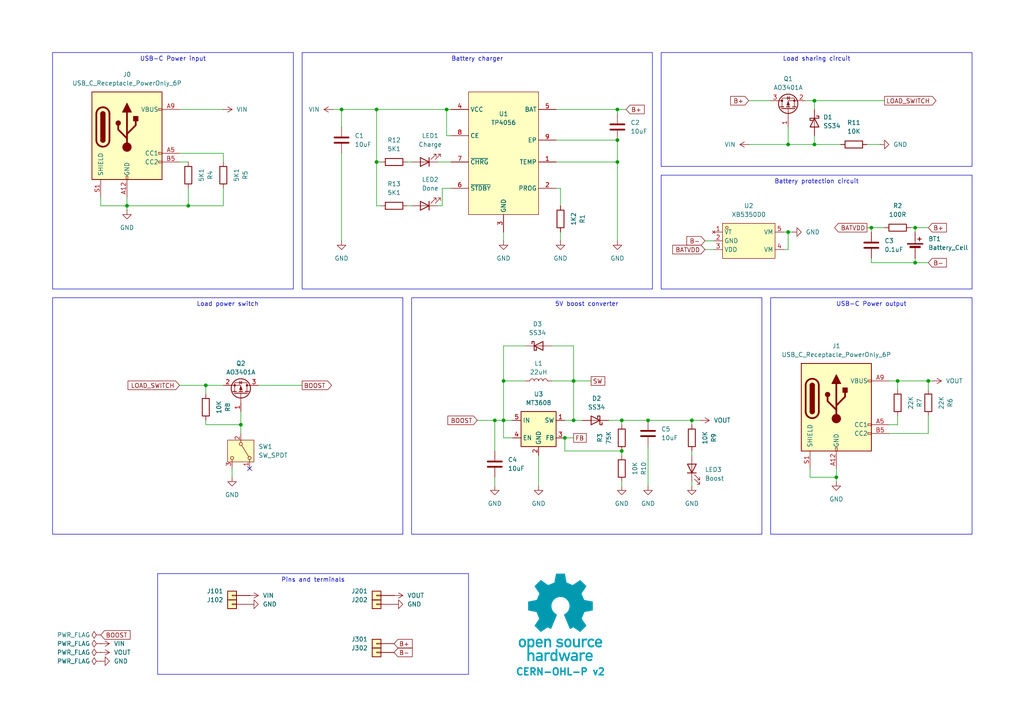
<source format=kicad_sch>
(kicad_sch (version 20231120) (generator "eeschema") (generator_version "8.0")
  (paper "A4")
  (lib_symbols
    (symbol "Conn_01x01_1" (pin_numbers hide) (pin_names (offset 1.016) hide)
      (property "Reference" "J" (at 0 2.54 0))
      (property "Value" "Conn_01x01" (at 0 -2.54 0))
      (symbol "Conn_01x01_1_1_1"
        (rectangle (start -1.27 0.127) (end 0 -0.127) (stroke (width 0.1524)))
        (rectangle (start -1.27 1.27) (end 1.27 -1.27) (stroke (width 0.254)) (fill (type background)))
        (pin passive line (at -5.08 0 0) (length 3.81) (name "Pin_1") (number "1"))
      )
    )
    (symbol "Connector:USB_C_Receptacle_PowerOnly_6P" (pin_names (offset 1.016))
      (property "Reference" "J" (at 0 16.51 0))
      (property "Value" "USB_C_Receptacle_PowerOnly_6P" (at 0 13.97 0))
      (symbol "USB_C_Receptacle_PowerOnly_6P_0_0"
        (rectangle (start -0.254 -12.7) (end 0.254 -11.684))
        (rectangle (start 10.16 -7.366) (end 9.144 -7.874))
        (rectangle (start 10.16 -4.826) (end 9.144 -5.334))
        (rectangle (start 10.16 7.874) (end 9.144 7.366))
      )
      (symbol "USB_C_Receptacle_PowerOnly_6P_0_1"
        (rectangle (start -10.16 12.7) (end 10.16 -12.7) (stroke (width 0.254)) (fill (type background)))
        (arc (start -8.89 -1.27) (mid -6.985 -3.1667) (end -5.08 -1.27) (stroke (width 0.508)))
        (arc (start -7.62 -1.27) (mid -6.985 -1.9023) (end -6.35 -1.27) (stroke (width 0.254)))
        (arc (start -7.62 -1.27) (mid -6.985 -1.9023) (end -6.35 -1.27) (stroke (width 0.254)) (fill (type outline)))
        (rectangle (start -7.62 -1.27) (end -6.35 6.35) (stroke (width 0.254)) (fill (type outline)))
        (arc (start -6.35 6.35) (mid -6.985 6.9823) (end -7.62 6.35) (stroke (width 0.254)))
        (arc (start -6.35 6.35) (mid -6.985 6.9823) (end -7.62 6.35) (stroke (width 0.254)) (fill (type outline)))
        (arc (start -5.08 6.35) (mid -6.985 8.2467) (end -8.89 6.35) (stroke (width 0.508)))
        (circle (center -2.54 3.683) (radius 0.635) (stroke (width 0.254)) (fill (type outline)))
        (circle (center 0 -3.302) (radius 1.27) (fill (type outline)))
        (polyline (pts (xy -8.89 -1.27) (xy -8.89 6.35)) (stroke (width 0.508)))
        (polyline (pts (xy -5.08 6.35) (xy -5.08 -1.27)) (stroke (width 0.508)))
        (polyline (pts (xy 0 -3.302) (xy 0 6.858)) (stroke (width 0.508)))
        (polyline (pts (xy 0 -0.762) (xy -2.54 1.778) (xy -2.54 3.048)) (stroke (width 0.508)))
        (polyline (pts (xy 0 0.508) (xy 2.54 3.048) (xy 2.54 4.318)) (stroke (width 0.508)))
        (polyline (pts (xy -1.27 6.858) (xy 0 9.398) (xy 1.27 6.858) (xy -1.27 6.858)) (stroke (width 0.254)) (fill (type outline)))
        (rectangle (start 1.905 4.318) (end 3.175 5.588) (stroke (width 0.254)) (fill (type outline)))
      )
      (symbol "USB_C_Receptacle_PowerOnly_6P_1_1"
        (pin passive line (at 0 -17.78 90) (length 5.08) (name "GND") (number "A12"))
        (pin bidirectional line (at 15.24 -5.08 180) (length 5.08) (name "CC1") (number "A5"))
        (pin passive line (at 15.24 7.62 180) (length 5.08) (name "VBUS") (number "A9"))
        (pin passive line (at 0 -17.78 90) (length 5.08) hide (name "GND") (number "B12"))
        (pin bidirectional line (at 15.24 -7.62 180) (length 5.08) (name "CC2") (number "B5"))
        (pin passive line (at 15.24 7.62 180) (length 5.08) hide (name "VBUS") (number "B9"))
        (pin passive line (at -7.62 -17.78 90) (length 5.08) (name "SHIELD") (number "S1"))
      )
    )
    (symbol "Connector_Generic:Conn_01x01" (pin_numbers hide) (pin_names (offset 1.016) hide)
      (property "Reference" "J" (at 0 2.54 0))
      (property "Value" "Conn_01x01" (at 0 -2.54 0))
      (symbol "Conn_01x01_1_1"
        (rectangle (start -1.27 0.127) (end 0 -0.127) (stroke (width 0.1524)))
        (rectangle (start -1.27 1.27) (end 1.27 -1.27) (stroke (width 0.254)) (fill (type background)))
        (pin passive line (at -5.08 0 0) (length 3.81) (name "Pin_1") (number "1"))
      )
    )
    (symbol "Device:Battery_Cell" (pin_numbers hide) (pin_names (offset 0) hide)
      (property "Reference" "BT" (at 2.54 2.54 0))
      (property "Value" "Battery_Cell" (at 2.54 0 0))
      (symbol "Battery_Cell_0_1"
        (rectangle (start -2.286 1.778) (end 2.286 1.524) (fill (type outline)))
        (rectangle (start -1.524 1.016) (end 1.524 0.508) (fill (type outline)))
        (polyline (pts (xy 0 0.762) (xy 0 0)))
        (polyline (pts (xy 0 1.778) (xy 0 2.54)))
        (polyline (pts (xy 0.762 3.048) (xy 1.778 3.048)) (stroke (width 0.254)))
        (polyline (pts (xy 1.27 3.556) (xy 1.27 2.54)) (stroke (width 0.254)))
      )
      (symbol "Battery_Cell_1_1"
        (pin passive line (at 0 5.08 270) (length 2.54) (name "+") (number "1"))
        (pin passive line (at 0 -2.54 90) (length 2.54) (name "-") (number "2"))
      )
    )
    (symbol "Device:C" (pin_numbers hide) (pin_names (offset 0.254))
      (property "Reference" "C" (at 0.635 2.54 0))
      (property "Value" "C" (at 0.635 -2.54 0))
      (symbol "C_0_1"
        (polyline (pts (xy -2.032 -0.762) (xy 2.032 -0.762)) (stroke (width 0.508)))
        (polyline (pts (xy -2.032 0.762) (xy 2.032 0.762)) (stroke (width 0.508)))
      )
      (symbol "C_1_1"
        (pin passive line (at 0 3.81 270) (length 2.794) (name "~") (number "1"))
        (pin passive line (at 0 -3.81 90) (length 2.794) (name "~") (number "2"))
      )
    )
    (symbol "Device:L" (pin_numbers hide) (pin_names (offset 1.016) hide)
      (property "Reference" "L" (at -1.27 0 90))
      (property "Value" "L" (at 1.905 0 90))
      (symbol "L_0_1"
        (arc (start 0 -2.54) (mid 0.6323 -1.905) (end 0 -1.27))
        (arc (start 0 -1.27) (mid 0.6323 -0.635) (end 0 0))
        (arc (start 0 0) (mid 0.6323 0.635) (end 0 1.27))
        (arc (start 0 1.27) (mid 0.6323 1.905) (end 0 2.54))
      )
      (symbol "L_1_1"
        (pin passive line (at 0 3.81 270) (length 1.27) (name "1") (number "1"))
        (pin passive line (at 0 -3.81 90) (length 1.27) (name "2") (number "2"))
      )
    )
    (symbol "Device:LED" (pin_numbers hide) (pin_names (offset 1.016) hide)
      (property "Reference" "D" (at 0 2.54 0))
      (property "Value" "LED" (at 0 -2.54 0))
      (symbol "LED_0_1"
        (polyline (pts (xy -1.27 -1.27) (xy -1.27 1.27)) (stroke (width 0.254)))
        (polyline (pts (xy -1.27 0) (xy 1.27 0)))
        (polyline (pts (xy 1.27 -1.27) (xy 1.27 1.27) (xy -1.27 0) (xy 1.27 -1.27)) (stroke (width 0.254)))
        (polyline (pts (xy -3.048 -0.762) (xy -4.572 -2.286) (xy -3.81 -2.286) (xy -4.572 -2.286) (xy -4.572 -1.524)))
        (polyline (pts (xy -1.778 -0.762) (xy -3.302 -2.286) (xy -2.54 -2.286) (xy -3.302 -2.286) (xy -3.302 -1.524)))
      )
      (symbol "LED_1_1"
        (pin passive line (at -3.81 0 0) (length 2.54) (name "K") (number "1"))
        (pin passive line (at 3.81 0 180) (length 2.54) (name "A") (number "2"))
      )
    )
    (symbol "Device:R" (pin_numbers hide) (pin_names (offset 0))
      (property "Reference" "R" (at 2.032 0 90))
      (property "Value" "R" (at 0 0 90))
      (symbol "R_0_1"
        (rectangle (start -1.016 -2.54) (end 1.016 2.54) (stroke (width 0.254)))
      )
      (symbol "R_1_1"
        (pin passive line (at 0 3.81 270) (length 1.27) (name "~") (number "1"))
        (pin passive line (at 0 -3.81 90) (length 1.27) (name "~") (number "2"))
      )
    )
    (symbol "Diode:SS34" (pin_numbers hide) (pin_names (offset 1.016) hide)
      (property "Reference" "D" (at 0 2.54 0))
      (property "Value" "SS34" (at 0 -2.54 0))
      (symbol "SS34_0_1"
        (polyline (pts (xy 1.27 0) (xy -1.27 0)))
        (polyline (pts (xy 1.27 1.27) (xy 1.27 -1.27) (xy -1.27 0) (xy 1.27 1.27)) (stroke (width 0.254)))
        (polyline (pts (xy -1.905 0.635) (xy -1.905 1.27) (xy -1.27 1.27) (xy -1.27 -1.27) (xy -0.635 -1.27) (xy -0.635 -0.635)) (stroke (width 0.254)))
      )
      (symbol "SS34_1_1"
        (pin passive line (at -3.81 0 0) (length 2.54) (name "K") (number "1"))
        (pin passive line (at 3.81 0 180) (length 2.54) (name "A") (number "2"))
      )
    )
    (symbol "Switch:SW_SPDT" (pin_names (offset 0) hide)
      (property "Reference" "SW" (at 0 5.08 0))
      (property "Value" "SW_SPDT" (at 0 -5.08 0))
      (symbol "SW_SPDT_0_1"
        (circle (center -2.032 0) (radius 0.4572))
        (polyline (pts (xy -1.651 0.254) (xy 1.651 2.286)))
        (circle (center 2.032 -2.54) (radius 0.4572))
        (circle (center 2.032 2.54) (radius 0.4572))
      )
      (symbol "SW_SPDT_1_1"
        (rectangle (start -3.175 3.81) (end 3.175 -3.81) (fill (type background)))
        (pin passive line (at 5.08 2.54 180) (length 2.54) (name "A") (number "1"))
        (pin passive line (at -5.08 0 0) (length 2.54) (name "B") (number "2"))
        (pin passive line (at 5.08 -2.54 180) (length 2.54) (name "C") (number "3"))
      )
    )
    (symbol "Transistor_FET:AO3401A" (pin_names hide)
      (property "Reference" "Q" (at 5.08 1.905 0))
      (property "Value" "AO3401A" (at 5.08 0 0))
      (symbol "AO3401A_0_1"
        (polyline (pts (xy 0.254 0) (xy -2.54 0)))
        (polyline (pts (xy 0.254 1.905) (xy 0.254 -1.905)) (stroke (width 0.254)))
        (polyline (pts (xy 0.762 -1.27) (xy 0.762 -2.286)) (stroke (width 0.254)))
        (polyline (pts (xy 0.762 0.508) (xy 0.762 -0.508)) (stroke (width 0.254)))
        (polyline (pts (xy 0.762 2.286) (xy 0.762 1.27)) (stroke (width 0.254)))
        (polyline (pts (xy 2.54 2.54) (xy 2.54 1.778)))
        (polyline (pts (xy 2.54 -2.54) (xy 2.54 0) (xy 0.762 0)))
        (polyline (pts (xy 0.762 1.778) (xy 3.302 1.778) (xy 3.302 -1.778) (xy 0.762 -1.778)))
        (polyline (pts (xy 2.286 0) (xy 1.27 0.381) (xy 1.27 -0.381) (xy 2.286 0)) (fill (type outline)))
        (polyline (pts (xy 2.794 -0.508) (xy 2.921 -0.381) (xy 3.683 -0.381) (xy 3.81 -0.254)))
        (polyline (pts (xy 3.302 -0.381) (xy 2.921 0.254) (xy 3.683 0.254) (xy 3.302 -0.381)))
        (circle (center 1.651 0) (radius 2.794) (stroke (width 0.254)))
        (circle (center 2.54 -1.778) (radius 0.254) (fill (type outline)))
        (circle (center 2.54 1.778) (radius 0.254) (fill (type outline)))
      )
      (symbol "AO3401A_1_1"
        (pin input line (at -5.08 0 0) (length 2.54) (name "G") (number "1"))
        (pin passive line (at 2.54 -5.08 90) (length 2.54) (name "S") (number "2"))
        (pin passive line (at 2.54 5.08 270) (length 2.54) (name "D") (number "3"))
      )
    )
    (symbol "lcsc:MT3608"
      (property "Reference" "U" (at -2.54 8.89 0))
      (property "Value" "MT3608" (at -3.81 6.35 0))
      (symbol "MT3608_0_1"
        (rectangle (start -5.08 5.08) (end 5.08 -5.08) (stroke (width 0.254)) (fill (type background)))
      )
      (symbol "MT3608_1_1"
        (pin passive line (at 7.62 2.54 180) (length 2.54) (name "SW") (number "1"))
        (pin power_in line (at 0 -7.62 90) (length 2.54) (name "GND") (number "2"))
        (pin input line (at 7.62 -2.54 180) (length 2.54) (name "FB") (number "3"))
        (pin input line (at -7.62 -2.54 0) (length 2.54) (name "EN") (number "4"))
        (pin power_in line (at -7.62 2.54 0) (length 2.54) (name "IN") (number "5"))
        (pin no_connect line (at 5.08 0 180) (length 2.54) hide (name "NC") (number "6"))
      )
    )
    (symbol "lcsc:TP4056"
      (property "Reference" "U" (at 0 20.32 0))
      (property "Value" "TP4056" (at 0 -25.4 0))
      (symbol "TP4056_0_1"
        (rectangle (start -10.16 20.32) (end 10.16 -15.24) (fill (type background)))
      )
      (symbol "TP4056_1_1"
        (pin input line (at 15.24 0 180) (length 5.08) (name "TEMP") (number "1"))
        (pin input line (at 15.24 -7.62 180) (length 5.08) (name "PROG") (number "2"))
        (pin power_in line (at 0 -20.32 90) (length 5.08) (name "GND") (number "3"))
        (pin power_in line (at -15.24 15.24 0) (length 5.08) (name "VCC") (number "4"))
        (pin power_out line (at 15.24 15.24 180) (length 5.08) (name "BAT") (number "5"))
        (pin open_collector line (at -15.24 -7.62 0) (length 5.08) (name "~{STDBY}") (number "6"))
        (pin open_collector line (at -15.24 0 0) (length 5.08) (name "~{CHRG}") (number "7"))
        (pin input line (at -15.24 7.62 0) (length 5.08) (name "CE") (number "8"))
        (pin power_in line (at 15.24 6.35 180) (length 5.08) (name "EP") (number "9"))
      )
    )
    (symbol "lcsc:XB5350D0"
      (property "Reference" "U" (at 0 7.62 0))
      (property "Value" "XB5350D0" (at 0 -7.62 0))
      (symbol "XB5350D0_0_1"
        (rectangle (start -7.62 5.08) (end 7.62 -5.08) (fill (type background)))
        (circle (center -6.35 3.81) (radius 0.38))
      )
      (symbol "XB5350D0_1_1"
        (pin no_connect line (at -10.16 2.54 0) (length 2.54) (name "VT") (number "1"))
        (pin input line (at -10.16 0 0) (length 2.54) (name "GND") (number "2"))
        (pin input line (at -10.16 -2.54 0) (length 2.54) (name "VDD") (number "3"))
        (pin input line (at 10.16 -2.54 180) (length 2.54) (name "VM") (number "4"))
        (pin input line (at 10.16 2.54 180) (length 2.54) (name "VM") (number "5"))
      )
    )
    (symbol "power:+5V" (power) (pin_numbers hide) (pin_names (offset 0) hide)
      (property "Value" "+5V" (at 0 3.556 0))
      (symbol "+5V_0_1"
        (polyline (pts (xy -0.762 1.27) (xy 0 2.54)))
        (polyline (pts (xy 0 0) (xy 0 2.54)))
        (polyline (pts (xy 0 2.54) (xy 0.762 1.27)))
      )
      (symbol "+5V_1_1"
        (pin power_in line (at 0 0 90) (length 0) (name "~") (number "1"))
      )
    )
    (symbol "power:GND" (power) (pin_numbers hide) (pin_names (offset 0) hide)
      (property "Value" "GND" (at 0 -3.81 0))
      (symbol "GND_0_1"
        (polyline (pts (xy 0 0) (xy 0 -1.27) (xy 1.27 -1.27) (xy 0 -2.54) (xy -1.27 -1.27) (xy 0 -1.27)))
      )
      (symbol "GND_1_1"
        (pin power_in line (at 0 0 270) (length 0) (name "~") (number "1"))
      )
    )
    (symbol "power:PWR_FLAG" (power) (pin_numbers hide) (pin_names (offset 0) hide)
      (property "Value" "PWR_FLAG" (at 0 3.81 0))
      (symbol "PWR_FLAG_0_0"
        (pin power_out line (at 0 0 90) (length 0) (name "~") (number "1"))
      )
      (symbol "PWR_FLAG_0_1"
        (polyline (pts (xy 0 0) (xy 0 1.27) (xy -1.016 1.905) (xy 0 2.54) (xy 1.016 1.905) (xy 0 1.27)))
      )
    )
    (symbol "power:VCC" (power) (pin_numbers hide) (pin_names (offset 0) hide)
      (property "Value" "VCC" (at 0 3.556 0))
      (symbol "VCC_0_1"
        (polyline (pts (xy -0.762 1.27) (xy 0 2.54)))
        (polyline (pts (xy 0 0) (xy 0 2.54)))
        (polyline (pts (xy 0 2.54) (xy 0.762 1.27)))
      )
      (symbol "VCC_1_1"
        (pin power_in line (at 0 0 90) (length 0) (name "~") (number "1"))
      )
    )
  )
  (junction (at 236.22 29.21))
  (junction (at 200.66 121.92))
  (junction (at 187.96 121.92))
  (junction (at 99.06 31.75))
  (junction (at 166.37 121.92))
  (junction (at 146.05 121.92))
  (junction (at 180.34 130.81))
  (junction (at 179.07 31.75))
  (junction (at 236.22 41.91))
  (junction (at 69.85 123.19))
  (junction (at 163.83 127))
  (junction (at 265.43 66.04))
  (junction (at 260.35 110.49))
  (junction (at 109.22 31.75))
  (junction (at 179.07 40.64))
  (junction (at 242.57 138.43))
  (junction (at 252.73 66.04))
  (junction (at 265.43 76.2))
  (junction (at 166.37 110.49))
  (junction (at 269.24 110.49))
  (junction (at 146.05 110.49))
  (junction (at 59.69 111.76))
  (junction (at 179.07 46.99))
  (junction (at 129.54 31.75))
  (junction (at 54.61 59.69))
  (junction (at 228.6 67.31))
  (junction (at 228.6 41.91))
  (junction (at 36.83 59.69))
  (junction (at 180.34 121.92))
  (junction (at 143.51 121.92))
  (junction (at 109.22 46.99))
  (no_connect (at 72.39 135.89))
  (wire (pts (xy 36.83 59.69) (xy 36.83 60.96)))
  (wire (pts (xy 160.02 110.49) (xy 166.37 110.49)))
  (wire (pts (xy 166.37 121.92) (xy 163.83 121.92)))
  (wire (pts (xy 228.6 72.39) (xy 228.6 67.31)))
  (wire (pts (xy 176.53 121.92) (xy 180.34 121.92)))
  (wire (pts (xy 163.83 130.81) (xy 180.34 130.81)))
  (wire (pts (xy 269.24 120.65) (xy 269.24 125.73)))
  (wire (pts (xy 143.51 130.81) (xy 143.51 121.92)))
  (wire (pts (xy 59.69 121.92) (xy 59.69 123.19)))
  (wire (pts (xy 179.07 46.99) (xy 179.07 40.64)))
  (wire (pts (xy 109.22 46.99) (xy 110.49 46.99)))
  (wire (pts (xy 128.27 54.61) (xy 130.81 54.61)))
  (wire (pts (xy 180.34 121.92) (xy 180.34 123.19)))
  (wire (pts (xy 29.21 57.15) (xy 29.21 59.69)))
  (wire (pts (xy 187.96 129.54) (xy 187.96 140.97)))
  (wire (pts (xy 242.57 135.89) (xy 242.57 138.43)))
  (wire (pts (xy 229.87 67.31) (xy 228.6 67.31)))
  (wire (pts (xy 228.6 36.83) (xy 228.6 41.91)))
  (wire (pts (xy 64.77 44.45) (xy 64.77 46.99)))
  (wire (pts (xy 64.77 59.69) (xy 54.61 59.69)))
  (wire (pts (xy 179.07 31.75) (xy 181.61 31.75)))
  (wire (pts (xy 148.59 127) (xy 146.05 127)))
  (wire (pts (xy 269.24 110.49) (xy 270.51 110.49)))
  (wire (pts (xy 146.05 127) (xy 146.05 121.92)))
  (wire (pts (xy 251.46 66.04) (xy 252.73 66.04)))
  (wire (pts (xy 242.57 138.43) (xy 242.57 139.7)))
  (wire (pts (xy 160.02 100.33) (xy 166.37 100.33)))
  (wire (pts (xy 217.17 29.21) (xy 223.52 29.21)))
  (wire (pts (xy 179.07 33.02) (xy 179.07 31.75)))
  (wire (pts (xy 99.06 44.45) (xy 99.06 69.85)))
  (wire (pts (xy 162.56 54.61) (xy 162.56 59.69)))
  (wire (pts (xy 152.4 100.33) (xy 146.05 100.33)))
  (wire (pts (xy 109.22 31.75) (xy 129.54 31.75)))
  (wire (pts (xy 161.29 46.99) (xy 179.07 46.99)))
  (wire (pts (xy 180.34 140.97) (xy 180.34 139.7)))
  (wire (pts (xy 130.81 39.37) (xy 129.54 39.37)))
  (wire (pts (xy 200.66 130.81) (xy 200.66 132.08)))
  (wire (pts (xy 129.54 31.75) (xy 130.81 31.75)))
  (wire (pts (xy 127 59.69) (xy 128.27 59.69)))
  (wire (pts (xy 162.56 67.31) (xy 162.56 69.85)))
  (wire (pts (xy 260.35 120.65) (xy 260.35 123.19)))
  (wire (pts (xy 59.69 114.3) (xy 59.69 111.76)))
  (wire (pts (xy 166.37 121.92) (xy 168.91 121.92)))
  (wire (pts (xy 67.31 135.89) (xy 67.31 138.43)))
  (wire (pts (xy 256.54 66.04) (xy 252.73 66.04)))
  (wire (pts (xy 146.05 100.33) (xy 146.05 110.49)))
  (wire (pts (xy 236.22 41.91) (xy 228.6 41.91)))
  (wire (pts (xy 118.11 46.99) (xy 119.38 46.99)))
  (wire (pts (xy 265.43 76.2) (xy 269.24 76.2)))
  (wire (pts (xy 146.05 121.92) (xy 148.59 121.92)))
  (wire (pts (xy 99.06 31.75) (xy 109.22 31.75)))
  (wire (pts (xy 217.17 41.91) (xy 228.6 41.91)))
  (wire (pts (xy 180.34 130.81) (xy 180.34 132.08)))
  (wire (pts (xy 161.29 31.75) (xy 179.07 31.75)))
  (wire (pts (xy 166.37 100.33) (xy 166.37 110.49)))
  (wire (pts (xy 143.51 138.43) (xy 143.51 140.97)))
  (wire (pts (xy 161.29 40.64) (xy 179.07 40.64)))
  (wire (pts (xy 166.37 110.49) (xy 171.45 110.49)))
  (wire (pts (xy 52.07 31.75) (xy 64.77 31.75)))
  (wire (pts (xy 146.05 67.31) (xy 146.05 69.85)))
  (wire (pts (xy 36.83 57.15) (xy 36.83 59.69)))
  (wire (pts (xy 52.07 44.45) (xy 64.77 44.45)))
  (wire (pts (xy 204.47 69.85) (xy 207.01 69.85)))
  (wire (pts (xy 29.21 59.69) (xy 36.83 59.69)))
  (wire (pts (xy 269.24 110.49) (xy 269.24 113.03)))
  (wire (pts (xy 227.33 72.39) (xy 228.6 72.39)))
  (wire (pts (xy 129.54 39.37) (xy 129.54 31.75)))
  (wire (pts (xy 52.07 111.76) (xy 59.69 111.76)))
  (wire (pts (xy 236.22 39.37) (xy 236.22 41.91)))
  (wire (pts (xy 260.35 110.49) (xy 260.35 113.03)))
  (wire (pts (xy 64.77 54.61) (xy 64.77 59.69)))
  (wire (pts (xy 52.07 46.99) (xy 54.61 46.99)))
  (wire (pts (xy 234.95 138.43) (xy 242.57 138.43)))
  (wire (pts (xy 200.66 121.92) (xy 203.2 121.92)))
  (wire (pts (xy 161.29 54.61) (xy 162.56 54.61)))
  (wire (pts (xy 54.61 54.61) (xy 54.61 59.69)))
  (wire (pts (xy 265.43 66.04) (xy 265.43 67.31)))
  (wire (pts (xy 234.95 135.89) (xy 234.95 138.43)))
  (wire (pts (xy 252.73 74.93) (xy 252.73 76.2)))
  (wire (pts (xy 163.83 127) (xy 166.37 127)))
  (wire (pts (xy 128.27 59.69) (xy 128.27 54.61)))
  (wire (pts (xy 109.22 31.75) (xy 109.22 46.99)))
  (wire (pts (xy 143.51 121.92) (xy 146.05 121.92)))
  (wire (pts (xy 252.73 76.2) (xy 265.43 76.2)))
  (wire (pts (xy 69.85 123.19) (xy 69.85 119.38)))
  (wire (pts (xy 251.46 41.91) (xy 255.27 41.91)))
  (wire (pts (xy 59.69 123.19) (xy 69.85 123.19)))
  (wire (pts (xy 180.34 121.92) (xy 187.96 121.92)))
  (wire (pts (xy 252.73 66.04) (xy 252.73 67.31)))
  (wire (pts (xy 236.22 29.21) (xy 236.22 31.75)))
  (wire (pts (xy 265.43 76.2) (xy 265.43 74.93)))
  (wire (pts (xy 233.68 29.21) (xy 236.22 29.21)))
  (wire (pts (xy 200.66 121.92) (xy 200.66 123.19)))
  (wire (pts (xy 179.07 69.85) (xy 179.07 46.99)))
  (wire (pts (xy 200.66 139.7) (xy 200.66 140.97)))
  (wire (pts (xy 69.85 123.19) (xy 69.85 125.73)))
  (wire (pts (xy 109.22 59.69) (xy 109.22 46.99)))
  (wire (pts (xy 264.16 66.04) (xy 265.43 66.04)))
  (wire (pts (xy 146.05 110.49) (xy 146.05 121.92)))
  (wire (pts (xy 74.93 111.76) (xy 87.63 111.76)))
  (wire (pts (xy 138.43 121.92) (xy 143.51 121.92)))
  (wire (pts (xy 99.06 31.75) (xy 99.06 36.83)))
  (wire (pts (xy 236.22 29.21) (xy 256.54 29.21)))
  (wire (pts (xy 110.49 59.69) (xy 109.22 59.69)))
  (wire (pts (xy 257.81 110.49) (xy 260.35 110.49)))
  (wire (pts (xy 54.61 59.69) (xy 36.83 59.69)))
  (wire (pts (xy 204.47 72.39) (xy 207.01 72.39)))
  (wire (pts (xy 163.83 127) (xy 163.83 130.81)))
  (wire (pts (xy 156.21 132.08) (xy 156.21 140.97)))
  (wire (pts (xy 265.43 66.04) (xy 269.24 66.04)))
  (wire (pts (xy 118.11 59.69) (xy 119.38 59.69)))
  (wire (pts (xy 166.37 110.49) (xy 166.37 121.92)))
  (wire (pts (xy 257.81 123.19) (xy 260.35 123.19)))
  (wire (pts (xy 260.35 110.49) (xy 269.24 110.49)))
  (wire (pts (xy 236.22 41.91) (xy 243.84 41.91)))
  (wire (pts (xy 228.6 67.31) (xy 227.33 67.31)))
  (wire (pts (xy 127 46.99) (xy 130.81 46.99)))
  (wire (pts (xy 96.52 31.75) (xy 99.06 31.75)))
  (wire (pts (xy 187.96 121.92) (xy 200.66 121.92)))
  (wire (pts (xy 146.05 110.49) (xy 152.4 110.49)))
  (wire (pts (xy 59.69 111.76) (xy 64.77 111.76)))
  (wire (pts (xy 257.81 125.73) (xy 269.24 125.73)))
  (image (at 162.56 179.07) (scale 0.37481))
  (text_box "Pins and terminals" (at 45.72 166.37 0) (size 90.17 29.21) (effects (font (size 1.27 1.27)) (justify top)))
  (text_box "Battery protection circuit" (at 191.77 50.8 0) (size 90.17 33.02) (effects (font (size 1.27 1.27)) (justify top)))
  (text_box "USB-C Power output" (at 223.52 86.36 0) (size 58.42 68.58) (effects (font (size 1.27 1.27)) (justify top)))
  (text_box "USB-C Power input" (at 15.24 15.24 0) (size 69.85 68.58) (effects (font (size 1.27 1.27)) (justify top)))
  (text_box "Load sharing circuit" (at 191.77 15.24 0) (size 90.17 33.02) (effects (font (size 1.27 1.27)) (justify top)))
  (text_box "Load power switch" (at 15.24 86.36 0) (size 101.6 68.58) (effects (font (size 1.27 1.27)) (justify top)))
  (text_box "Battery charger" (at 87.63 15.24 0) (size 101.6 68.58) (effects (font (size 1.27 1.27)) (justify top)))
  (text_box "5V boost converter\n" (at 119.38 86.36 0) (size 101.6 68.58) (effects (font (size 1.27 1.27)) (justify top)))
  (text "CERN-OHL-P v2" (at 162.56 195.072 0) (effects (font (size 2 2) (thickness 0.4) (bold yes))))
  (global_label "BOOST" (shape input) (at 29.21 184.15 0) (property "Intersheetrefs" "${INTERSHEET_REFS}" (effects (hide yes))))
  (global_label "LOAD_SWITCH" (shape input) (at 52.07 111.76 180) (property "Intersheetrefs" "${INTERSHEET_REFS}" (effects (hide yes))))
  (global_label "B-" (shape input) (at 114.3 189.23 0) (property "Intersheetrefs" "${INTERSHEET_REFS}" (effects (hide yes))))
  (global_label "SW" (shape passive) (at 171.45 110.49 0) (property "Intersheetrefs" "${INTERSHEET_REFS}" (effects (hide yes))))
  (global_label "B+" (shape input) (at 114.3 186.69 0) (property "Intersheetrefs" "${INTERSHEET_REFS}" (effects (hide yes))))
  (global_label "BOOST" (shape input) (at 138.43 121.92 180) (property "Intersheetrefs" "${INTERSHEET_REFS}" (effects (hide yes))))
  (global_label "FB" (shape passive) (at 166.37 127 0) (property "Intersheetrefs" "${INTERSHEET_REFS}" (effects (hide yes))))
  (global_label "B-" (shape input) (at 204.47 69.85 180) (property "Intersheetrefs" "${INTERSHEET_REFS}" (effects (hide yes))))
  (global_label "BATVDD" (shape input) (at 204.47 72.39 180) (property "Intersheetrefs" "${INTERSHEET_REFS}" (effects (hide yes))))
  (global_label "B+" (shape input) (at 181.61 31.75 0) (property "Intersheetrefs" "${INTERSHEET_REFS}" (effects (hide yes))))
  (global_label "B+" (shape input) (at 269.24 66.04 0) (property "Intersheetrefs" "${INTERSHEET_REFS}" (effects (hide yes))))
  (global_label "B-" (shape input) (at 269.24 76.2 0) (property "Intersheetrefs" "${INTERSHEET_REFS}" (effects (hide yes))))
  (global_label "B+" (shape input) (at 217.17 29.21 180) (property "Intersheetrefs" "${INTERSHEET_REFS}" (effects (hide yes))))
  (global_label "BOOST" (shape output) (at 87.63 111.76 0) (property "Intersheetrefs" "${INTERSHEET_REFS}" (effects (hide yes))))
  (global_label "BATVDD" (shape output) (at 251.46 66.04 180) (property "Intersheetrefs" "${INTERSHEET_REFS}" (effects (hide yes))))
  (global_label "LOAD_SWITCH" (shape output) (at 256.54 29.21 0) (property "Intersheetrefs" "${INTERSHEET_REFS}" (effects (hide yes))))
  (symbol (lib_id "power:GND") (at 200.66 140.97 0) (unit 1)
    (property "Reference" "#PWR024" (effects (hide yes)))
    (property "Value" "GND" (at 200.66 146.05 0))
    (property "Description" "Power symbol creates a global label with name \"GND\" , ground" (effects (hide yes)))
  )
  (symbol (lib_id "Device:R") (at 64.77 50.8 0) (mirror y) (unit 1)
    (property "Reference" "R5" (at 71.12 50.8 90))
    (property "Value" "5K1" (at 68.58 50.8 90))
    (property "Footprint" "Resistor_SMD:R_0402_1005Metric" (effects (hide yes)))
    (property "Description" "Resistor" (effects (hide yes)))
    (property "LCSC Part" "C25905" (effects (hide yes)))
  )
  (symbol (lib_id "Connector_Generic:Conn_01x01") (at 109.22 186.69 0) (mirror y) (unit 1)
    (property "Reference" "J301" (at 106.68 185.4199 0) (effects (justify left)))
    (property "Value" "Conn_01x01" (effects (hide yes)))
    (property "Footprint" "custom:PinHeader_1x01_P2.54mm_simple" (effects (hide yes)))
    (property "Description" "Generic connector, single row, 01x01, script generated (kicad-library-utils/schlib/autogen/connector/)" (effects (hide yes)))
  )
  (symbol (lib_id "power:+5V") (at 203.2 121.92 270) (unit 1)
    (property "Reference" "#PWR025" (effects (hide yes)))
    (property "Value" "VOUT" (at 207.01 121.9199 90) (effects (justify left)))
    (property "Description" "Power symbol creates a global label with name \"+5V\"" (effects (hide yes)))
  )
  (symbol (lib_id "Device:R") (at 247.65 41.91 90) (mirror x) (unit 1)
    (property "Reference" "R11" (at 247.65 35.56 90))
    (property "Value" "10K" (at 247.65 38.1 90))
    (property "Footprint" "Resistor_SMD:R_0402_1005Metric" (effects (hide yes)))
    (property "Description" "Resistor" (effects (hide yes)))
    (property "LCSC Part" "C25744" (effects (hide yes)))
  )
  (symbol (lib_id "Device:LED") (at 200.66 135.89 90) (unit 1)
    (property "Reference" "LED3" (at 204.47 136.2074 90) (effects (justify right)))
    (property "Value" "Boost" (at 204.47 138.7474 90) (effects (justify right)))
    (property "Footprint" "custom:LED_0805_2012Metric_Pad1.15x1.40mm_HandSolder_simple" (effects (hide yes)))
    (property "Description" "Light emitting diode" (effects (hide yes)))
  )
  (symbol (lib_id "Connector_Generic:Conn_01x01") (at 109.22 172.72 0) (mirror y) (unit 1)
    (property "Reference" "J201" (at 106.68 171.4499 0) (effects (justify left)))
    (property "Value" "Conn_01x01" (effects (hide yes)))
    (property "Footprint" "custom:PinHeader_1x01_P2.54mm_simple" (effects (hide yes)))
    (property "Description" "Generic connector, single row, 01x01, script generated (kicad-library-utils/schlib/autogen/connector/)" (effects (hide yes)))
  )
  (symbol (lib_id "Connector:USB_C_Receptacle_PowerOnly_6P") (at 242.57 118.11 0) (unit 1)
    (property "Reference" "J1" (at 242.57 100.33 0))
    (property "Value" "USB_C_Receptacle_PowerOnly_6P" (at 242.57 102.87 0))
    (property "Footprint" "custom:USB_C_Receptacle_GCT_USB4125-xx-x_6P_TopMnt_Horizontal_handsolder" (effects (hide yes)))
    (property "Datasheet" "https://www.usb.org/sites/default/files/documents/usb_type-c.zip" (effects (hide yes)))
    (property "Description" "USB Power-Only 6P Type-C Receptacle connector" (effects (hide yes)))
  )
  (symbol (lib_id "power:GND") (at 242.57 139.7 0) (unit 1)
    (property "Reference" "#PWR023" (effects (hide yes)))
    (property "Value" "GND" (at 242.57 144.78 0))
    (property "Description" "Power symbol creates a global label with name \"GND\" , ground" (effects (hide yes)))
  )
  (symbol (lib_id "Diode:SS34") (at 236.22 35.56 270) (unit 1)
    (property "Reference" "D1" (at 238.76 33.9724 90) (effects (justify left)))
    (property "Value" "SS34" (at 238.76 36.5124 90) (effects (justify left)))
    (property "Footprint" "custom:D_SMA_simple" (effects (hide yes)))
    (property "Datasheet" "https://www.vishay.com/docs/88751/ss32.pdf" (effects (hide yes)))
    (property "Description" "40V 3A Schottky Diode, SMA" (effects (hide yes)))
    (property "LCSC Part" "C8678" (effects (hide yes)))
  )
  (symbol (lib_id "Device:R") (at 114.3 46.99 90) (mirror x) (unit 1)
    (property "Reference" "R12" (at 114.3 40.64 90))
    (property "Value" "5K1" (at 114.3 43.18 90))
    (property "Footprint" "Resistor_SMD:R_0402_1005Metric" (effects (hide yes)))
    (property "Description" "Resistor" (effects (hide yes)))
    (property "LCSC Part" "C25905" (effects (hide yes)))
  )
  (symbol (lib_id "power:GND") (at 114.3 175.26 90) (mirror x) (unit 1)
    (property "Reference" "#PWR012" (effects (hide yes)))
    (property "Value" "GND" (at 118.11 175.2599 90) (effects (justify right)))
    (property "Description" "Power symbol creates a global label with name \"GND\" , ground" (effects (hide yes)))
  )
  (symbol (lib_id "Device:R") (at 200.66 127 0) (mirror y) (unit 1)
    (property "Reference" "R9" (at 207.01 127 90))
    (property "Value" "10K" (at 204.47 127 90))
    (property "Footprint" "Resistor_SMD:R_0402_1005Metric" (effects (hide yes)))
    (property "Description" "Resistor" (effects (hide yes)))
    (property "LCSC Part" "C25744" (effects (hide yes)))
  )
  (symbol (lib_id "power:GND") (at 162.56 69.85 0) (unit 1)
    (property "Reference" "#PWR022" (effects (hide yes)))
    (property "Value" "GND" (at 162.56 74.93 0))
    (property "Description" "Power symbol creates a global label with name \"GND\" , ground" (effects (hide yes)))
  )
  (symbol (lib_id "Device:C") (at 252.73 71.12 180) (unit 1)
    (property "Reference" "C3" (at 256.54 69.8499 0) (effects (justify right)))
    (property "Value" "0.1uF" (at 256.54 72.3899 0) (effects (justify right)))
    (property "Footprint" "Capacitor_SMD:C_0402_1005Metric" (effects (hide yes)))
    (property "Description" "Unpolarized capacitor" (effects (hide yes)))
    (property "LCSC Part" "C1525" (effects (hide yes)))
  )
  (symbol (lib_id "Device:R") (at 180.34 127 0) (mirror y) (unit 1)
    (property "Reference" "R3" (at 173.99 127 90))
    (property "Value" "75K" (at 176.53 127 90))
    (property "Footprint" "Resistor_SMD:R_0402_1005Metric" (effects (hide yes)))
    (property "Description" "Resistor" (effects (hide yes)))
    (property "LCSC Part" "C25798" (effects (hide yes)))
  )
  (symbol (lib_id "power:VCC") (at 29.21 186.69 270) (unit 1)
    (property "Reference" "#PWR01" (effects (hide yes)))
    (property "Value" "VIN" (at 33.02 186.69 90) (effects (justify left)))
    (property "Description" "Power symbol creates a global label with name \"VCC\"" (effects (hide yes)))
  )
  (symbol (lib_id "Transistor_FET:AO3401A") (at 69.85 114.3 270) (mirror x) (unit 1)
    (property "Reference" "Q2" (at 69.85 105.41 90))
    (property "Value" "AO3401A" (at 69.85 107.95 90))
    (property "Footprint" "Package_TO_SOT_SMD:SOT-23" (effects (hide yes)))
    (property "Datasheet" "http://www.aosmd.com/pdfs/datasheet/AO3401A.pdf" (effects (hide yes)))
    (property "Description" "-4.0A Id, -30V Vds, P-Channel MOSFET, SOT-23" (effects (hide yes)))
    (property "LCSC Part" "C15127" (effects (hide yes)))
    (property "JLCPCB_CORRECTION" "0; 0; 180" (effects (hide yes)))
  )
  (symbol (lib_id "Diode:SS34") (at 156.21 100.33 0) (unit 1)
    (property "Reference" "D3" (at 155.8925 93.98 0))
    (property "Value" "SS34" (at 155.8925 96.52 0))
    (property "Footprint" "custom:D_SMA_simple" (effects (hide yes)))
    (property "Datasheet" "https://www.vishay.com/docs/88751/ss32.pdf" (effects (hide yes)))
    (property "Description" "40V 3A Schottky Diode, SMA" (effects (hide yes)))
    (property "LCSC Part" "C8678" (effects (hide yes)))
  )
  (symbol (lib_id "power:GND") (at 72.39 175.26 90) (mirror x) (unit 1)
    (property "Reference" "#PWR07" (effects (hide yes)))
    (property "Value" "GND" (at 76.2 175.2599 90) (effects (justify right)))
    (property "Description" "Power symbol creates a global label with name \"GND\" , ground" (effects (hide yes)))
  )
  (symbol (lib_id "power:GND") (at 255.27 41.91 90) (unit 1)
    (property "Reference" "#PWR019" (effects (hide yes)))
    (property "Value" "GND" (at 259.08 41.9099 90) (effects (justify right)))
    (property "Description" "Power symbol creates a global label with name \"GND\" , ground" (effects (hide yes)))
  )
  (symbol (lib_id "Device:R") (at 180.34 135.89 0) (mirror y) (unit 1)
    (property "Reference" "R10" (at 186.69 135.89 90))
    (property "Value" "10K" (at 184.15 135.89 90))
    (property "Footprint" "Resistor_SMD:R_0402_1005Metric" (effects (hide yes)))
    (property "Description" "Resistor" (effects (hide yes)))
    (property "LCSC Part" "C25744" (effects (hide yes)))
  )
  (symbol (lib_id "Device:R") (at 59.69 118.11 0) (mirror y) (unit 1)
    (property "Reference" "R8" (at 66.04 118.11 90))
    (property "Value" "10K" (at 63.5 118.11 90))
    (property "Footprint" "Resistor_SMD:R_0402_1005Metric" (effects (hide yes)))
    (property "Description" "Resistor" (effects (hide yes)))
    (property "LCSC Part" "C25744" (effects (hide yes)))
  )
  (symbol (lib_id "power:GND") (at 67.31 138.43 0) (unit 1)
    (property "Reference" "#PWR020" (effects (hide yes)))
    (property "Value" "GND" (at 67.31 143.51 0))
    (property "Description" "Power symbol creates a global label with name \"GND\" , ground" (effects (hide yes)))
  )
  (symbol (lib_id "power:VCC") (at 64.77 31.75 270) (unit 1)
    (property "Reference" "#PWR017" (effects (hide yes)))
    (property "Value" "VIN" (at 68.58 31.7499 90) (effects (justify left)))
    (property "Description" "Power symbol creates a global label with name \"VCC\"" (effects (hide yes)))
  )
  (symbol (lib_id "power:GND") (at 99.06 69.85 0) (unit 1)
    (property "Reference" "#PWR014" (effects (hide yes)))
    (property "Value" "GND" (at 99.06 74.93 0))
    (property "Description" "Power symbol creates a global label with name \"GND\" , ground" (effects (hide yes)))
  )
  (symbol (lib_id "power:GND") (at 187.96 140.97 0) (unit 1)
    (property "Reference" "#PWR09" (effects (hide yes)))
    (property "Value" "GND" (at 187.96 146.05 0))
    (property "Description" "Power symbol creates a global label with name \"GND\" , ground" (effects (hide yes)))
  )
  (symbol (lib_id "lcsc:XB5350D0") (at 217.17 69.85 0) (unit 1)
    (property "Reference" "U2" (at 217.17 59.69 0))
    (property "Value" "XB5350D0" (at 217.17 62.23 0))
    (property "Footprint" "custom:SOT-23-5_simple" (effects (hide yes)))
    (property "Datasheet" "https://www.lcsc.com/datasheet/lcsc_datasheet_2106062205_XySemi-XB5350D0_C2760002.pdf" (effects (hide yes)))
    (property "JLCPCB_CORRECTION" "0; 0; 180" (effects (hide yes)))
    (property "LCSC Part" "C2760002" (effects (hide yes)))
  )
  (symbol (lib_id "Device:R") (at 114.3 59.69 90) (mirror x) (unit 1)
    (property "Reference" "R13" (at 114.3 53.34 90))
    (property "Value" "5K1" (at 114.3 55.88 90))
    (property "Footprint" "Resistor_SMD:R_0402_1005Metric" (effects (hide yes)))
    (property "Description" "Resistor" (effects (hide yes)))
    (property "LCSC Part" "C25905" (effects (hide yes)))
  )
  (symbol (lib_id "Diode:SS34") (at 172.72 121.92 180) (unit 1)
    (property "Reference" "D2" (at 173.0375 115.57 0))
    (property "Value" "SS34" (at 173.0375 118.11 0))
    (property "Footprint" "custom:D_SMA_simple" (effects (hide yes)))
    (property "Datasheet" "https://www.vishay.com/docs/88751/ss32.pdf" (effects (hide yes)))
    (property "Description" "40V 3A Schottky Diode, SMA" (effects (hide yes)))
    (property "LCSC Part" "C8678" (effects (hide yes)))
  )
  (symbol (lib_id "power:GND") (at 229.87 67.31 90) (unit 1)
    (property "Reference" "#PWR021" (effects (hide yes)))
    (property "Value" "GND" (at 233.68 67.3099 90) (effects (justify right)))
    (property "Description" "Power symbol creates a global label with name \"GND\" , ground" (effects (hide yes)))
  )
  (symbol (lib_id "Connector_Generic:Conn_01x01") (at 67.31 172.72 0) (mirror y) (unit 1)
    (property "Reference" "J101" (at 64.77 171.4499 0) (effects (justify left)))
    (property "Value" "Conn_01x01" (effects (hide yes)))
    (property "Footprint" "custom:PinHeader_1x01_P2.54mm_simple" (effects (hide yes)))
    (property "Description" "Generic connector, single row, 01x01, script generated (kicad-library-utils/schlib/autogen/connector/)" (effects (hide yes)))
  )
  (symbol (lib_id "Transistor_FET:AO3401A") (at 228.6 31.75 90) (unit 1)
    (property "Reference" "Q1" (at 228.6 22.86 90))
    (property "Value" "AO3401A" (at 228.6 25.4 90))
    (property "Footprint" "Package_TO_SOT_SMD:SOT-23" (effects (hide yes)))
    (property "Datasheet" "http://www.aosmd.com/pdfs/datasheet/AO3401A.pdf" (effects (hide yes)))
    (property "Description" "-4.0A Id, -30V Vds, P-Channel MOSFET, SOT-23" (effects (hide yes)))
    (property "LCSC Part" "C15127" (effects (hide yes)))
    (property "JLCPCB_CORRECTION" "0; 0; 180" (effects (hide yes)))
  )
  (symbol (lib_id "Device:R") (at 162.56 63.5 0) (mirror y) (unit 1)
    (property "Reference" "R1" (at 168.91 63.5 90))
    (property "Value" "1K2" (at 166.37 63.5 90))
    (property "Footprint" "Resistor_SMD:R_0805_2012Metric_Pad1.20x1.40mm_HandSolder" (effects (hide yes)))
    (property "Description" "Resistor" (effects (hide yes)))
    (property "LCSC Part" "C17379" (effects (hide yes)))
  )
  (symbol (lib_id "Device:C") (at 99.06 40.64 0) (unit 1)
    (property "Reference" "C1" (at 102.87 39.3699 0) (effects (justify left)))
    (property "Value" "10uF" (at 102.87 41.9099 0) (effects (justify left)))
    (property "Footprint" "Capacitor_SMD:C_0603_1608Metric" (effects (hide yes)))
    (property "Description" "Unpolarized capacitor" (effects (hide yes)))
    (property "LCSC Part" "C19702" (effects (hide yes)))
  )
  (symbol (lib_name "Conn_01x01_1") (lib_id "Connector_Generic:Conn_01x01") (at 109.22 175.26 0) (mirror y) (unit 1)
    (property "Reference" "J202" (at 106.68 173.9899 0) (effects (justify left)))
    (property "Value" "Conn_01x01" (effects (hide yes)))
    (property "Footprint" "custom:PinHeader_1x01_P2.54mm_simple_square" (effects (hide yes)))
    (property "Description" "Generic connector, single row, 01x01, script generated (kicad-library-utils/schlib/autogen/connector/)" (effects (hide yes)))
  )
  (symbol (lib_id "power:+5V") (at 270.51 110.49 270) (unit 1)
    (property "Reference" "#PWR026" (effects (hide yes)))
    (property "Value" "VOUT" (at 274.32 110.4899 90) (effects (justify left)))
    (property "Description" "Power symbol creates a global label with name \"+5V\"" (effects (hide yes)))
  )
  (symbol (lib_name "Conn_01x01_1") (lib_id "Connector_Generic:Conn_01x01") (at 109.22 189.23 0) (mirror y) (unit 1)
    (property "Reference" "J302" (at 106.68 187.9599 0) (effects (justify left)))
    (property "Value" "Conn_01x01" (effects (hide yes)))
    (property "Footprint" "custom:PinHeader_1x01_P2.54mm_simple_square" (effects (hide yes)))
    (property "Description" "Generic connector, single row, 01x01, script generated (kicad-library-utils/schlib/autogen/connector/)" (effects (hide yes)))
  )
  (symbol (lib_id "Device:R") (at 260.35 66.04 270) (mirror x) (unit 1)
    (property "Reference" "R2" (at 260.35 59.69 90))
    (property "Value" "100R" (at 260.35 62.23 90))
    (property "Footprint" "Resistor_SMD:R_0805_2012Metric_Pad1.20x1.40mm_HandSolder" (effects (hide yes)))
    (property "Description" "Resistor" (effects (hide yes)))
    (property "LCSC Part" "C17408" (effects (hide yes)))
  )
  (symbol (lib_id "Switch:SW_SPDT") (at 69.85 130.81 270) (unit 1)
    (property "Reference" "SW1" (at 74.93 129.5399 90) (effects (justify left)))
    (property "Value" "SW_SPDT" (at 74.93 132.0799 90) (effects (justify left)))
    (property "Footprint" "custom:SW-TH_DEALON_SS-12D01-GX_simple" (effects (hide yes)))
    (property "Description" "Switch, single pole double throw" (effects (hide yes)))
    (property "LCSC Part" "C2998803" (effects (hide yes)))
  )
  (symbol (lib_id "power:VCC") (at 217.17 41.91 90) (unit 1)
    (property "Reference" "#PWR018" (effects (hide yes)))
    (property "Value" "VIN" (at 213.36 41.9101 90) (effects (justify left)))
    (property "Description" "Power symbol creates a global label with name \"VCC\"" (effects (hide yes)))
  )
  (symbol (lib_id "power:GND") (at 179.07 69.85 0) (unit 1)
    (property "Reference" "#PWR015" (effects (hide yes)))
    (property "Value" "GND" (at 179.07 74.93 0))
    (property "Description" "Power symbol creates a global label with name \"GND\" , ground" (effects (hide yes)))
  )
  (symbol (lib_id "lcsc:TP4056") (at 146.05 46.99 0) (unit 1)
    (property "Reference" "U1" (at 146.05 33.02 0))
    (property "Value" "TP4056" (at 146.05 35.56 0))
    (property "Footprint" "custom:SOIC-8-1EP_3.9x4.9mm_P1.27mm_EP2.41x3.3mm_ThermalVias_CustomVias" (effects (hide yes)))
    (property "Datasheet" "https://lcsc.com/product-detail/PMIC-Battery-Management_TP4056_C16581.html" (effects (hide yes)))
    (property "JLCPCB_CORRECTION" "0; 0; 270" (effects (hide yes)))
    (property "LCSC Part" "C16581" (effects (hide yes)))
  )
  (symbol (lib_id "Device:LED") (at 123.19 59.69 180) (unit 1)
    (property "Reference" "LED2" (at 124.7775 52.07 0))
    (property "Value" "Done" (at 124.7775 54.61 0))
    (property "Footprint" "custom:LED_0805_2012Metric_Pad1.15x1.40mm_HandSolder_simple" (effects (hide yes)))
    (property "Description" "Light emitting diode" (effects (hide yes)))
  )
  (symbol (lib_id "power:GND") (at 180.34 140.97 0) (unit 1)
    (property "Reference" "#PWR08" (effects (hide yes)))
    (property "Value" "GND" (at 180.34 146.05 0))
    (property "Description" "Power symbol creates a global label with name \"GND\" , ground" (effects (hide yes)))
  )
  (symbol (lib_id "power:GND") (at 156.21 140.97 0) (unit 1)
    (property "Reference" "#PWR05" (effects (hide yes)))
    (property "Value" "GND" (at 156.21 146.05 0))
    (property "Description" "Power symbol creates a global label with name \"GND\" , ground" (effects (hide yes)))
  )
  (symbol (lib_id "lcsc:MT3608") (at 156.21 124.46 0) (unit 1)
    (property "Reference" "U3" (at 156.21 114.3 0))
    (property "Value" "MT3608" (at 156.21 116.84 0))
    (property "Footprint" "Package_TO_SOT_SMD:SOT-23-6" (effects (hide yes)))
    (property "Datasheet" "https://www.olimex.com/Products/Breadboarding/BB-PWR-3608/resources/MT3608.pdf" (effects (hide yes)))
    (property "Description" "High Efficiency 1.2MHz 2A Step Up Converter, 2-24V Vin, 28V Vout, 4A current limit, 1.2MHz, SOT23-6" (effects (hide yes)))
    (property "LCSC Part" "C84817" (effects (hide yes)))
    (property "JLCPCB_CORRECTION" "0; 0; 270" (effects (hide yes)))
  )
  (symbol (lib_id "Device:Battery_Cell") (at 265.43 72.39 0) (unit 1)
    (property "Reference" "BT1" (at 269.24 69.2784 0) (effects (justify left)))
    (property "Value" "Battery_Cell" (at 269.24 71.8184 0) (effects (justify left)))
    (property "Footprint" "custom:JST_XH_B2B-XH-A_1x02_P2.50mm_Vertical_simple_pad2gnd" (effects (hide yes)))
    (property "Description" "Single-cell battery" (effects (hide yes)))
  )
  (symbol (lib_id "Connector:USB_C_Receptacle_PowerOnly_6P") (at 36.83 39.37 0) (unit 1)
    (property "Reference" "J0" (at 36.83 21.59 0))
    (property "Value" "USB_C_Receptacle_PowerOnly_6P" (at 36.83 24.13 0))
    (property "Footprint" "custom:USB_C_Receptacle_GCT_USB4125-xx-x_6P_TopMnt_Horizontal_handsolder" (effects (hide yes)))
    (property "Datasheet" "https://www.usb.org/sites/default/files/documents/usb_type-c.zip" (effects (hide yes)))
    (property "Description" "USB Power-Only 6P Type-C Receptacle connector" (effects (hide yes)))
  )
  (symbol (lib_id "power:PWR_FLAG") (at 29.21 191.77 90) (unit 1)
    (property "Reference" "#FLG03" (effects (hide yes)))
    (property "Value" "PWR_FLAG" (at 21.336 191.77 90))
    (property "Description" "Special symbol for telling ERC where power comes from" (effects (hide yes)))
  )
  (symbol (lib_id "Device:R") (at 260.35 116.84 0) (mirror y) (unit 1)
    (property "Reference" "R7" (at 266.7 116.84 90))
    (property "Value" "22K" (at 264.16 116.84 90))
    (property "Footprint" "Resistor_SMD:R_0402_1005Metric" (effects (hide yes)))
    (property "Description" "Resistor" (effects (hide yes)))
    (property "LCSC Part" "C25768" (effects (hide yes)))
  )
  (symbol (lib_id "power:VCC") (at 72.39 172.72 270) (mirror x) (unit 1)
    (property "Reference" "#PWR06" (effects (hide yes)))
    (property "Value" "VIN" (at 76.2 172.7199 90) (effects (justify left)))
    (property "Description" "Power symbol creates a global label with name \"VCC\"" (effects (hide yes)))
  )
  (symbol (lib_id "power:PWR_FLAG") (at 29.21 184.15 90) (unit 1)
    (property "Reference" "#FLG04" (effects (hide yes)))
    (property "Value" "PWR_FLAG" (at 21.336 184.15 90))
    (property "Description" "Special symbol for telling ERC where power comes from" (effects (hide yes)))
  )
  (symbol (lib_id "power:GND") (at 146.05 69.85 0) (unit 1)
    (property "Reference" "#PWR013" (effects (hide yes)))
    (property "Value" "GND" (at 146.05 74.93 0))
    (property "Description" "Power symbol creates a global label with name \"GND\" , ground" (effects (hide yes)))
  )
  (symbol (lib_id "power:VCC") (at 96.52 31.75 90) (unit 1)
    (property "Reference" "#PWR010" (effects (hide yes)))
    (property "Value" "VIN" (at 92.71 31.7501 90) (effects (justify left)))
    (property "Description" "Power symbol creates a global label with name \"VCC\"" (effects (hide yes)))
  )
  (symbol (lib_id "Device:C") (at 179.07 36.83 180) (unit 1)
    (property "Reference" "C2" (at 182.88 35.5599 0) (effects (justify right)))
    (property "Value" "10uF" (at 182.88 38.0999 0) (effects (justify right)))
    (property "Footprint" "Capacitor_SMD:C_0603_1608Metric" (effects (hide yes)))
    (property "Description" "Unpolarized capacitor" (effects (hide yes)))
    (property "LCSC Part" "C19702" (effects (hide yes)))
  )
  (symbol (lib_id "power:GND") (at 29.21 191.77 90) (unit 1)
    (property "Reference" "#PWR03" (effects (hide yes)))
    (property "Value" "GND" (at 33.02 191.77 90) (effects (justify right)))
    (property "Description" "Power symbol creates a global label with name \"GND\" , ground" (effects (hide yes)))
  )
  (symbol (lib_name "Conn_01x01_1") (lib_id "Connector_Generic:Conn_01x01") (at 67.31 175.26 0) (mirror y) (unit 1)
    (property "Reference" "J102" (at 64.77 173.9899 0) (effects (justify left)))
    (property "Value" "Conn_01x01" (effects (hide yes)))
    (property "Footprint" "custom:PinHeader_1x01_P2.54mm_simple_square" (effects (hide yes)))
    (property "Description" "Generic connector, single row, 01x01, script generated (kicad-library-utils/schlib/autogen/connector/)" (effects (hide yes)))
  )
  (symbol (lib_id "power:GND") (at 143.51 140.97 0) (unit 1)
    (property "Reference" "#PWR04" (effects (hide yes)))
    (property "Value" "GND" (at 143.51 146.05 0))
    (property "Description" "Power symbol creates a global label with name \"GND\" , ground" (effects (hide yes)))
  )
  (symbol (lib_id "power:GND") (at 36.83 60.96 0) (unit 1)
    (property "Reference" "#PWR016" (effects (hide yes)))
    (property "Value" "GND" (at 36.83 66.04 0))
    (property "Description" "Power symbol creates a global label with name \"GND\" , ground" (effects (hide yes)))
  )
  (symbol (lib_id "power:PWR_FLAG") (at 29.21 189.23 90) (unit 1)
    (property "Reference" "#FLG02" (effects (hide yes)))
    (property "Value" "PWR_FLAG" (at 21.336 189.23 90))
    (property "Description" "Special symbol for telling ERC where power comes from" (effects (hide yes)))
  )
  (symbol (lib_id "power:+5V") (at 114.3 172.72 270) (unit 1)
    (property "Reference" "#PWR011" (effects (hide yes)))
    (property "Value" "VOUT" (at 118.11 172.7199 90) (effects (justify left)))
    (property "Description" "Power symbol creates a global label with name \"+5V\"" (effects (hide yes)))
  )
  (symbol (lib_id "Device:R") (at 54.61 50.8 0) (mirror y) (unit 1)
    (property "Reference" "R4" (at 60.96 50.8 90))
    (property "Value" "5K1" (at 58.42 50.8 90))
    (property "Footprint" "Resistor_SMD:R_0402_1005Metric" (effects (hide yes)))
    (property "Description" "Resistor" (effects (hide yes)))
    (property "LCSC Part" "C25905" (effects (hide yes)))
  )
  (symbol (lib_id "Device:L") (at 156.21 110.49 90) (unit 1)
    (property "Reference" "L1" (at 156.21 105.41 90))
    (property "Value" "22uH" (at 156.21 107.95 90))
    (property "Footprint" "lcsc:IND-SMD_L7.0-W6.6" (effects (hide yes)))
    (property "Description" "Inductor" (effects (hide yes)))
    (property "LCSC Part" "C5832376" (effects (hide yes)))
  )
  (symbol (lib_id "Device:LED") (at 123.19 46.99 180) (unit 1)
    (property "Reference" "LED1" (at 124.7775 39.37 0))
    (property "Value" "Charge" (at 124.7775 41.91 0))
    (property "Footprint" "custom:LED_0805_2012Metric_Pad1.15x1.40mm_HandSolder_simple" (effects (hide yes)))
    (property "Description" "Light emitting diode" (effects (hide yes)))
  )
  (symbol (lib_id "Device:C") (at 143.51 134.62 0) (unit 1)
    (property "Reference" "C4" (at 147.32 133.3499 0) (effects (justify left)))
    (property "Value" "10uF" (at 147.32 135.8899 0) (effects (justify left)))
    (property "Footprint" "Capacitor_SMD:C_0603_1608Metric" (effects (hide yes)))
    (property "Description" "Unpolarized capacitor" (effects (hide yes)))
    (property "LCSC Part" "C19702" (effects (hide yes)))
  )
  (symbol (lib_id "Device:C") (at 187.96 125.73 0) (unit 1)
    (property "Reference" "C5" (at 191.77 124.4599 0) (effects (justify left)))
    (property "Value" "10uF" (at 191.77 126.9999 0) (effects (justify left)))
    (property "Footprint" "Capacitor_SMD:C_0402_1005Metric" (effects (hide yes)))
    (property "Description" "Unpolarized capacitor" (effects (hide yes)))
    (property "LCSC Part" "C15525" (effects (hide yes)))
  )
  (symbol (lib_id "Device:R") (at 269.24 116.84 0) (mirror y) (unit 1)
    (property "Reference" "R6" (at 275.59 116.84 90))
    (property "Value" "22K" (at 273.05 116.84 90))
    (property "Footprint" "Resistor_SMD:R_0402_1005Metric" (effects (hide yes)))
    (property "Description" "Resistor" (effects (hide yes)))
    (property "LCSC Part" "C25768" (effects (hide yes)))
  )
  (symbol (lib_id "power:+5V") (at 29.21 189.23 270) (unit 1)
    (property "Reference" "#PWR02" (effects (hide yes)))
    (property "Value" "VOUT" (at 33.02 189.2299 90) (effects (justify left)))
    (property "Description" "Power symbol creates a global label with name \"+5V\"" (effects (hide yes)))
  )
  (symbol (lib_id "power:PWR_FLAG") (at 29.21 186.69 90) (unit 1)
    (property "Reference" "#FLG01" (effects (hide yes)))
    (property "Value" "PWR_FLAG" (at 21.336 186.69 90))
    (property "Description" "Special symbol for telling ERC where power comes from" (effects (hide yes)))
  )
)
</source>
